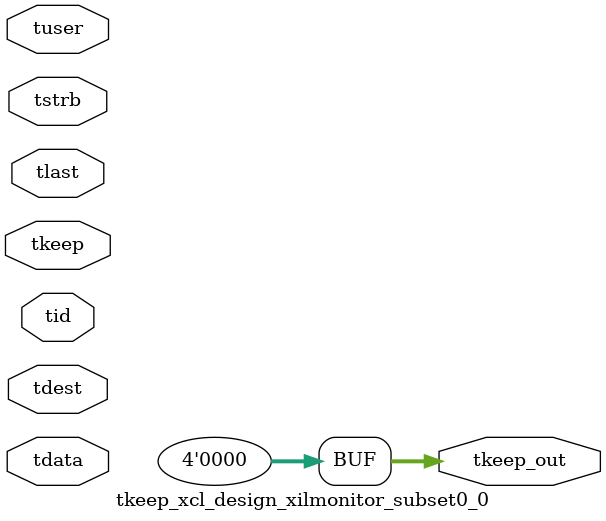
<source format=v>


`timescale 1ps/1ps

module tkeep_xcl_design_xilmonitor_subset0_0 #
(
parameter C_S_AXIS_TDATA_WIDTH = 32,
parameter C_S_AXIS_TUSER_WIDTH = 0,
parameter C_S_AXIS_TID_WIDTH   = 0,
parameter C_S_AXIS_TDEST_WIDTH = 0,
parameter C_M_AXIS_TDATA_WIDTH = 32
)
(
input  [(C_S_AXIS_TDATA_WIDTH == 0 ? 1 : C_S_AXIS_TDATA_WIDTH)-1:0     ] tdata,
input  [(C_S_AXIS_TUSER_WIDTH == 0 ? 1 : C_S_AXIS_TUSER_WIDTH)-1:0     ] tuser,
input  [(C_S_AXIS_TID_WIDTH   == 0 ? 1 : C_S_AXIS_TID_WIDTH)-1:0       ] tid,
input  [(C_S_AXIS_TDEST_WIDTH == 0 ? 1 : C_S_AXIS_TDEST_WIDTH)-1:0     ] tdest,
input  [(C_S_AXIS_TDATA_WIDTH/8)-1:0 ] tkeep,
input  [(C_S_AXIS_TDATA_WIDTH/8)-1:0 ] tstrb,
input                                                                    tlast,
output [(C_M_AXIS_TDATA_WIDTH/8)-1:0 ] tkeep_out
);

assign tkeep_out = {1'b0};

endmodule


</source>
